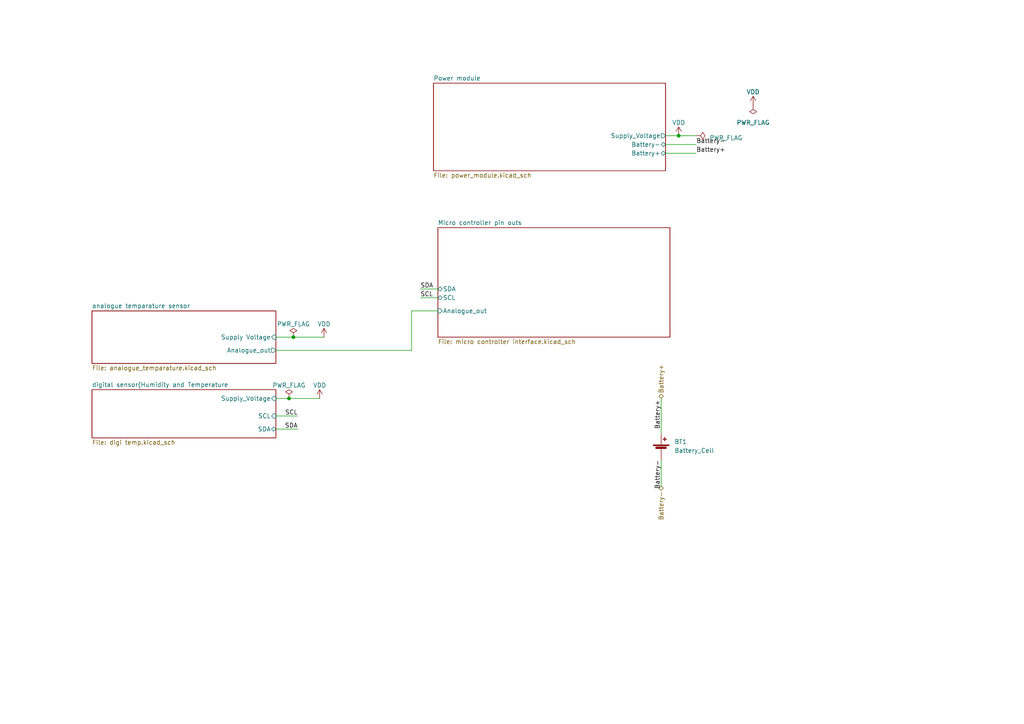
<source format=kicad_sch>
(kicad_sch (version 20230121) (generator eeschema)

  (uuid 9230863d-68c5-4e85-a5d4-0f54ecfbae5b)

  (paper "A4")

  (title_block
    (title "overall schematic")
    (date "2023-03-10")
    (rev "version1")
  )

  (lib_symbols
    (symbol "Device:Battery_Cell" (pin_numbers hide) (pin_names (offset 0) hide) (in_bom yes) (on_board yes)
      (property "Reference" "BT" (at 2.54 2.54 0)
        (effects (font (size 1.27 1.27)) (justify left))
      )
      (property "Value" "Battery_Cell" (at 2.54 0 0)
        (effects (font (size 1.27 1.27)) (justify left))
      )
      (property "Footprint" "" (at 0 1.524 90)
        (effects (font (size 1.27 1.27)) hide)
      )
      (property "Datasheet" "~" (at 0 1.524 90)
        (effects (font (size 1.27 1.27)) hide)
      )
      (property "ki_keywords" "battery cell" (at 0 0 0)
        (effects (font (size 1.27 1.27)) hide)
      )
      (property "ki_description" "Single-cell battery" (at 0 0 0)
        (effects (font (size 1.27 1.27)) hide)
      )
      (symbol "Battery_Cell_0_1"
        (rectangle (start -2.286 1.778) (end 2.286 1.524)
          (stroke (width 0) (type default))
          (fill (type outline))
        )
        (rectangle (start -1.5748 1.1938) (end 1.4732 0.6858)
          (stroke (width 0) (type default))
          (fill (type outline))
        )
        (polyline
          (pts
            (xy 0 0.762)
            (xy 0 0)
          )
          (stroke (width 0) (type default))
          (fill (type none))
        )
        (polyline
          (pts
            (xy 0 1.778)
            (xy 0 2.54)
          )
          (stroke (width 0) (type default))
          (fill (type none))
        )
        (polyline
          (pts
            (xy 0.508 3.429)
            (xy 1.524 3.429)
          )
          (stroke (width 0.254) (type default))
          (fill (type none))
        )
        (polyline
          (pts
            (xy 1.016 3.937)
            (xy 1.016 2.921)
          )
          (stroke (width 0.254) (type default))
          (fill (type none))
        )
      )
      (symbol "Battery_Cell_1_1"
        (pin passive line (at 0 5.08 270) (length 2.54)
          (name "+" (effects (font (size 1.27 1.27))))
          (number "1" (effects (font (size 1.27 1.27))))
        )
        (pin passive line (at 0 -2.54 90) (length 2.54)
          (name "-" (effects (font (size 1.27 1.27))))
          (number "2" (effects (font (size 1.27 1.27))))
        )
      )
    )
    (symbol "power:PWR_FLAG" (power) (pin_numbers hide) (pin_names (offset 0) hide) (in_bom yes) (on_board yes)
      (property "Reference" "#FLG" (at 0 1.905 0)
        (effects (font (size 1.27 1.27)) hide)
      )
      (property "Value" "PWR_FLAG" (at 0 3.81 0)
        (effects (font (size 1.27 1.27)))
      )
      (property "Footprint" "" (at 0 0 0)
        (effects (font (size 1.27 1.27)) hide)
      )
      (property "Datasheet" "~" (at 0 0 0)
        (effects (font (size 1.27 1.27)) hide)
      )
      (property "ki_keywords" "flag power" (at 0 0 0)
        (effects (font (size 1.27 1.27)) hide)
      )
      (property "ki_description" "Special symbol for telling ERC where power comes from" (at 0 0 0)
        (effects (font (size 1.27 1.27)) hide)
      )
      (symbol "PWR_FLAG_0_0"
        (pin power_out line (at 0 0 90) (length 0)
          (name "pwr" (effects (font (size 1.27 1.27))))
          (number "1" (effects (font (size 1.27 1.27))))
        )
      )
      (symbol "PWR_FLAG_0_1"
        (polyline
          (pts
            (xy 0 0)
            (xy 0 1.27)
            (xy -1.016 1.905)
            (xy 0 2.54)
            (xy 1.016 1.905)
            (xy 0 1.27)
          )
          (stroke (width 0) (type default))
          (fill (type none))
        )
      )
    )
    (symbol "power:VDD" (power) (pin_names (offset 0)) (in_bom yes) (on_board yes)
      (property "Reference" "#PWR" (at 0 -3.81 0)
        (effects (font (size 1.27 1.27)) hide)
      )
      (property "Value" "VDD" (at 0 3.81 0)
        (effects (font (size 1.27 1.27)))
      )
      (property "Footprint" "" (at 0 0 0)
        (effects (font (size 1.27 1.27)) hide)
      )
      (property "Datasheet" "" (at 0 0 0)
        (effects (font (size 1.27 1.27)) hide)
      )
      (property "ki_keywords" "global power" (at 0 0 0)
        (effects (font (size 1.27 1.27)) hide)
      )
      (property "ki_description" "Power symbol creates a global label with name \"VDD\"" (at 0 0 0)
        (effects (font (size 1.27 1.27)) hide)
      )
      (symbol "VDD_0_1"
        (polyline
          (pts
            (xy -0.762 1.27)
            (xy 0 2.54)
          )
          (stroke (width 0) (type default))
          (fill (type none))
        )
        (polyline
          (pts
            (xy 0 0)
            (xy 0 2.54)
          )
          (stroke (width 0) (type default))
          (fill (type none))
        )
        (polyline
          (pts
            (xy 0 2.54)
            (xy 0.762 1.27)
          )
          (stroke (width 0) (type default))
          (fill (type none))
        )
      )
      (symbol "VDD_1_1"
        (pin power_in line (at 0 0 90) (length 0) hide
          (name "VDD" (effects (font (size 1.27 1.27))))
          (number "1" (effects (font (size 1.27 1.27))))
        )
      )
    )
  )

  (junction (at 83.82 115.57) (diameter 0) (color 0 0 0 0)
    (uuid 12b24a68-e1f1-46ea-9304-2b3e090d5de3)
  )
  (junction (at 85.09 97.79) (diameter 0) (color 0 0 0 0)
    (uuid 278cfe5c-8077-4ebe-9b54-707252207175)
  )
  (junction (at 196.85 39.37) (diameter 0) (color 0 0 0 0)
    (uuid 34a0b7b7-1b4c-4283-ba00-13d66aa260f8)
  )

  (wire (pts (xy 191.77 115.57) (xy 191.77 125.73))
    (stroke (width 0) (type default))
    (uuid 1ce5a959-19e2-452b-a148-1d1e9438b065)
  )
  (wire (pts (xy 80.01 124.46) (xy 86.36 124.46))
    (stroke (width 0) (type default))
    (uuid 235b58e0-7dac-4555-a7c9-f4e27bad08fd)
  )
  (wire (pts (xy 193.04 39.37) (xy 196.85 39.37))
    (stroke (width 0) (type default))
    (uuid 23ea129c-aa6e-4cee-a2fb-25cc10ba9c7b)
  )
  (wire (pts (xy 80.01 97.79) (xy 85.09 97.79))
    (stroke (width 0) (type default))
    (uuid 407051e5-dda5-465d-8be5-a500e256abf7)
  )
  (wire (pts (xy 193.04 41.91) (xy 201.93 41.91))
    (stroke (width 0) (type default))
    (uuid 69105d66-3a26-4c3b-83c0-22dd171980d0)
  )
  (wire (pts (xy 119.38 90.17) (xy 127 90.17))
    (stroke (width 0) (type default))
    (uuid 712478b3-82f0-4de6-ba01-10d45dedce35)
  )
  (wire (pts (xy 80.01 115.57) (xy 83.82 115.57))
    (stroke (width 0) (type default))
    (uuid 8f1d73a0-7ad8-4623-a163-2372b1828ca2)
  )
  (wire (pts (xy 121.92 83.82) (xy 127 83.82))
    (stroke (width 0) (type default))
    (uuid 9c7678d2-db12-47d8-9a15-cbb5d732171e)
  )
  (wire (pts (xy 80.01 101.6) (xy 119.38 101.6))
    (stroke (width 0) (type default))
    (uuid a1ace4ed-d1a9-430d-b8a3-c4c69a608b7b)
  )
  (wire (pts (xy 119.38 101.6) (xy 119.38 90.17))
    (stroke (width 0) (type default))
    (uuid a40e8b63-5483-45d4-827a-6fe10c49fcab)
  )
  (wire (pts (xy 80.01 120.65) (xy 86.36 120.65))
    (stroke (width 0) (type default))
    (uuid af23f4f9-285c-4007-8a52-eb86c1ec8ba2)
  )
  (wire (pts (xy 196.85 39.37) (xy 201.93 39.37))
    (stroke (width 0) (type default))
    (uuid d21858f0-a974-4200-9f65-03ed98e14196)
  )
  (wire (pts (xy 191.77 140.97) (xy 191.77 133.35))
    (stroke (width 0) (type default))
    (uuid e519bdf5-ff86-4f50-a253-d9cf1ffb83be)
  )
  (wire (pts (xy 121.92 86.36) (xy 127 86.36))
    (stroke (width 0) (type default))
    (uuid e6e54820-a3de-4d24-9711-62188db85949)
  )
  (wire (pts (xy 83.82 115.57) (xy 92.71 115.57))
    (stroke (width 0) (type default))
    (uuid e9df108a-31a3-400e-a1fe-4696af3f05ec)
  )
  (wire (pts (xy 193.04 44.45) (xy 201.93 44.45))
    (stroke (width 0) (type default))
    (uuid ed04d55e-ecc1-4daf-91f2-03c3c1e8c5c0)
  )
  (wire (pts (xy 85.09 97.79) (xy 93.98 97.79))
    (stroke (width 0) (type default))
    (uuid f804bdfc-6afd-455b-bff8-002ee9aad405)
  )

  (label "Battery+" (at 191.77 124.46 90) (fields_autoplaced)
    (effects (font (size 1.27 1.27)) (justify left bottom))
    (uuid 2c44f7fa-cb19-4b18-847d-c8182f52333e)
  )
  (label "SDA" (at 121.92 83.82 0) (fields_autoplaced)
    (effects (font (size 1.27 1.27)) (justify left bottom))
    (uuid 3c3bd464-ca6c-4329-a027-8d551d86ee4d)
  )
  (label "Battery-" (at 191.77 133.35 270) (fields_autoplaced)
    (effects (font (size 1.27 1.27)) (justify right bottom))
    (uuid 411ac75e-ee13-4258-853e-62fe2c10ceda)
  )
  (label "SDA" (at 86.36 124.46 180) (fields_autoplaced)
    (effects (font (size 1.27 1.27)) (justify right bottom))
    (uuid 849893c1-d933-4b7e-9dc0-17a57daf2f9e)
  )
  (label "Battery-" (at 201.93 41.91 0) (fields_autoplaced)
    (effects (font (size 1.27 1.27)) (justify left bottom))
    (uuid bdb1fcb5-20eb-44b5-bfca-e9908c8f4cbe)
  )
  (label "SCL" (at 121.92 86.36 0) (fields_autoplaced)
    (effects (font (size 1.27 1.27)) (justify left bottom))
    (uuid c1f7195b-19b3-421c-9c47-9638b6080f51)
  )
  (label "Battery+" (at 201.93 44.45 0) (fields_autoplaced)
    (effects (font (size 1.27 1.27)) (justify left bottom))
    (uuid ccbe79f6-9665-47e6-9b8b-d1ef5b1f09a0)
  )
  (label "SCL" (at 86.36 120.65 180) (fields_autoplaced)
    (effects (font (size 1.27 1.27)) (justify right bottom))
    (uuid eb63c1d1-19e9-45ff-864f-eb2d04285dfc)
  )

  (hierarchical_label "Battery-" (shape bidirectional) (at 191.77 140.97 270) (fields_autoplaced)
    (effects (font (size 1.27 1.27)) (justify right))
    (uuid 5c9b3ea6-5628-4242-8667-b48d2035a506)
  )
  (hierarchical_label "Battery+" (shape bidirectional) (at 191.77 115.57 90) (fields_autoplaced)
    (effects (font (size 1.27 1.27)) (justify left))
    (uuid d69f7fc1-2bf3-410b-8ed9-34e822505e47)
  )

  (symbol (lib_id "Device:Battery_Cell") (at 191.77 130.81 0) (unit 1)
    (in_bom yes) (on_board yes) (dnp no) (fields_autoplaced)
    (uuid 177e3f71-2104-4385-afb4-8ed482d33081)
    (property "Reference" "BT1" (at 195.58 128.143 0)
      (effects (font (size 1.27 1.27)) (justify left))
    )
    (property "Value" "Battery_Cell" (at 195.58 130.683 0)
      (effects (font (size 1.27 1.27)) (justify left))
    )
    (property "Footprint" "" (at 191.77 129.286 90)
      (effects (font (size 1.27 1.27)) hide)
    )
    (property "Datasheet" "~" (at 191.77 129.286 90)
      (effects (font (size 1.27 1.27)) hide)
    )
    (pin "1" (uuid 6a83d657-8543-4ca4-aef9-5397010d4d24))
    (pin "2" (uuid 91b77308-6ad3-465f-80fa-e7dc4581af91))
    (instances
      (project "overall scematic"
        (path "/9230863d-68c5-4e85-a5d4-0f54ecfbae5b"
          (reference "BT1") (unit 1)
        )
      )
    )
  )

  (symbol (lib_id "power:PWR_FLAG") (at 201.93 39.37 270) (unit 1)
    (in_bom yes) (on_board yes) (dnp no) (fields_autoplaced)
    (uuid 30879752-7708-488c-8456-4d0a7dd51e13)
    (property "Reference" "#FLG02" (at 203.835 39.37 0)
      (effects (font (size 1.27 1.27)) hide)
    )
    (property "Value" "PWR_FLAG" (at 205.74 40.005 90)
      (effects (font (size 1.27 1.27)) (justify left))
    )
    (property "Footprint" "" (at 201.93 39.37 0)
      (effects (font (size 1.27 1.27)) hide)
    )
    (property "Datasheet" "~" (at 201.93 39.37 0)
      (effects (font (size 1.27 1.27)) hide)
    )
    (pin "1" (uuid 7869e142-30c6-44e8-b4e0-b0e0c8b3c4cb))
    (instances
      (project "overall scematic"
        (path "/9230863d-68c5-4e85-a5d4-0f54ecfbae5b"
          (reference "#FLG02") (unit 1)
        )
      )
    )
  )

  (symbol (lib_id "power:PWR_FLAG") (at 85.09 97.79 0) (unit 1)
    (in_bom yes) (on_board yes) (dnp no) (fields_autoplaced)
    (uuid 40a2df10-16e9-4e3a-aee2-48fdcafb5a4a)
    (property "Reference" "#FLG06" (at 85.09 95.885 0)
      (effects (font (size 1.27 1.27)) hide)
    )
    (property "Value" "PWR_FLAG" (at 85.09 93.98 0)
      (effects (font (size 1.27 1.27)))
    )
    (property "Footprint" "" (at 85.09 97.79 0)
      (effects (font (size 1.27 1.27)) hide)
    )
    (property "Datasheet" "~" (at 85.09 97.79 0)
      (effects (font (size 1.27 1.27)) hide)
    )
    (pin "1" (uuid 2ca79358-76f6-4baa-ab59-6106e3e3b337))
    (instances
      (project "overall scematic"
        (path "/9230863d-68c5-4e85-a5d4-0f54ecfbae5b"
          (reference "#FLG06") (unit 1)
        )
      )
    )
  )

  (symbol (lib_id "power:VDD") (at 218.44 30.48 0) (unit 1)
    (in_bom yes) (on_board yes) (dnp no) (fields_autoplaced)
    (uuid 4bc25704-e0f3-404c-8b94-7c134acbb7b8)
    (property "Reference" "#PWR011" (at 218.44 34.29 0)
      (effects (font (size 1.27 1.27)) hide)
    )
    (property "Value" "VDD" (at 218.44 26.67 0)
      (effects (font (size 1.27 1.27)))
    )
    (property "Footprint" "" (at 218.44 30.48 0)
      (effects (font (size 1.27 1.27)) hide)
    )
    (property "Datasheet" "" (at 218.44 30.48 0)
      (effects (font (size 1.27 1.27)) hide)
    )
    (pin "1" (uuid c5a50201-51c3-4e89-ab07-514d104501b9))
    (instances
      (project "overall scematic"
        (path "/9230863d-68c5-4e85-a5d4-0f54ecfbae5b"
          (reference "#PWR011") (unit 1)
        )
      )
    )
  )

  (symbol (lib_id "power:VDD") (at 93.98 97.79 0) (unit 1)
    (in_bom yes) (on_board yes) (dnp no) (fields_autoplaced)
    (uuid 5b72c4fe-c560-42b8-b9b6-74d056d2fba7)
    (property "Reference" "#PWR07" (at 93.98 101.6 0)
      (effects (font (size 1.27 1.27)) hide)
    )
    (property "Value" "VDD" (at 93.98 93.98 0)
      (effects (font (size 1.27 1.27)))
    )
    (property "Footprint" "" (at 93.98 97.79 0)
      (effects (font (size 1.27 1.27)) hide)
    )
    (property "Datasheet" "" (at 93.98 97.79 0)
      (effects (font (size 1.27 1.27)) hide)
    )
    (pin "1" (uuid 75b7c5b0-0fa2-4ce9-9452-27280cb7c171))
    (instances
      (project "overall scematic"
        (path "/9230863d-68c5-4e85-a5d4-0f54ecfbae5b"
          (reference "#PWR07") (unit 1)
        )
      )
    )
  )

  (symbol (lib_id "power:PWR_FLAG") (at 218.44 30.48 180) (unit 1)
    (in_bom yes) (on_board yes) (dnp no) (fields_autoplaced)
    (uuid 5ef3f245-13c7-4259-9a65-840dbef610b3)
    (property "Reference" "#FLG01" (at 218.44 32.385 0)
      (effects (font (size 1.27 1.27)) hide)
    )
    (property "Value" "PWR_FLAG" (at 218.44 35.56 0)
      (effects (font (size 1.27 1.27)))
    )
    (property "Footprint" "" (at 218.44 30.48 0)
      (effects (font (size 1.27 1.27)) hide)
    )
    (property "Datasheet" "~" (at 218.44 30.48 0)
      (effects (font (size 1.27 1.27)) hide)
    )
    (pin "1" (uuid 3f583ac0-6f03-4846-8ccc-2ce3d6ee6aea))
    (instances
      (project "overall scematic"
        (path "/9230863d-68c5-4e85-a5d4-0f54ecfbae5b"
          (reference "#FLG01") (unit 1)
        )
      )
    )
  )

  (symbol (lib_id "power:PWR_FLAG") (at 83.82 115.57 0) (unit 1)
    (in_bom yes) (on_board yes) (dnp no) (fields_autoplaced)
    (uuid 949151be-edcf-49ce-a61f-3200005251fe)
    (property "Reference" "#FLG07" (at 83.82 113.665 0)
      (effects (font (size 1.27 1.27)) hide)
    )
    (property "Value" "PWR_FLAG" (at 83.82 111.76 0)
      (effects (font (size 1.27 1.27)))
    )
    (property "Footprint" "" (at 83.82 115.57 0)
      (effects (font (size 1.27 1.27)) hide)
    )
    (property "Datasheet" "~" (at 83.82 115.57 0)
      (effects (font (size 1.27 1.27)) hide)
    )
    (pin "1" (uuid 4d760b1a-f8af-4659-b850-a125b77a3e6a))
    (instances
      (project "overall scematic"
        (path "/9230863d-68c5-4e85-a5d4-0f54ecfbae5b"
          (reference "#FLG07") (unit 1)
        )
      )
    )
  )

  (symbol (lib_id "power:VDD") (at 196.85 39.37 0) (unit 1)
    (in_bom yes) (on_board yes) (dnp no) (fields_autoplaced)
    (uuid 99b2dab8-3ef6-49e5-b32c-283cae0ca694)
    (property "Reference" "#PWR06" (at 196.85 43.18 0)
      (effects (font (size 1.27 1.27)) hide)
    )
    (property "Value" "VDD" (at 196.85 35.56 0)
      (effects (font (size 1.27 1.27)))
    )
    (property "Footprint" "" (at 196.85 39.37 0)
      (effects (font (size 1.27 1.27)) hide)
    )
    (property "Datasheet" "" (at 196.85 39.37 0)
      (effects (font (size 1.27 1.27)) hide)
    )
    (pin "1" (uuid 6128fd4e-407f-487c-a127-4d1851384de6))
    (instances
      (project "overall scematic"
        (path "/9230863d-68c5-4e85-a5d4-0f54ecfbae5b"
          (reference "#PWR06") (unit 1)
        )
      )
    )
  )

  (symbol (lib_id "power:VDD") (at 92.71 115.57 0) (unit 1)
    (in_bom yes) (on_board yes) (dnp no) (fields_autoplaced)
    (uuid 9ac8ae0a-2ddf-409f-a326-043d68a8ce23)
    (property "Reference" "#PWR08" (at 92.71 119.38 0)
      (effects (font (size 1.27 1.27)) hide)
    )
    (property "Value" "VDD" (at 92.71 111.76 0)
      (effects (font (size 1.27 1.27)))
    )
    (property "Footprint" "" (at 92.71 115.57 0)
      (effects (font (size 1.27 1.27)) hide)
    )
    (property "Datasheet" "" (at 92.71 115.57 0)
      (effects (font (size 1.27 1.27)) hide)
    )
    (pin "1" (uuid c50b3a5a-2a84-4b4d-bb04-83399c07ff21))
    (instances
      (project "overall scematic"
        (path "/9230863d-68c5-4e85-a5d4-0f54ecfbae5b"
          (reference "#PWR08") (unit 1)
        )
      )
    )
  )

  (sheet (at 125.73 24.13) (size 67.31 25.4) (fields_autoplaced)
    (stroke (width 0.1524) (type solid))
    (fill (color 0 0 0 0.0000))
    (uuid 816cf8a9-a5fb-405c-ad63-48cc867f8579)
    (property "Sheetname" "Power module" (at 125.73 23.4184 0)
      (effects (font (size 1.27 1.27)) (justify left bottom))
    )
    (property "Sheetfile" "power_module.kicad_sch" (at 125.73 50.1146 0)
      (effects (font (size 1.27 1.27)) (justify left top))
    )
    (pin "Battery+" bidirectional (at 193.04 44.45 0)
      (effects (font (size 1.27 1.27)) (justify right))
      (uuid 5fa8cfc1-7d88-4a1e-87f6-d77936ca6b2a)
    )
    (pin "Battery-" bidirectional (at 193.04 41.91 0)
      (effects (font (size 1.27 1.27)) (justify right))
      (uuid b3843a76-d3e2-48af-b96b-d52e497b49b4)
    )
    (pin "Supply_Voltage" output (at 193.04 39.37 0)
      (effects (font (size 1.27 1.27)) (justify right))
      (uuid 874a155d-c182-48f2-89b2-ab36178b22ac)
    )
    (instances
      (project "overall scematic"
        (path "/9230863d-68c5-4e85-a5d4-0f54ecfbae5b" (page "6"))
      )
    )
  )

  (sheet (at 26.67 113.03) (size 53.34 13.97) (fields_autoplaced)
    (stroke (width 0.1524) (type solid))
    (fill (color 0 0 0 0.0000))
    (uuid 8c854172-02c8-417f-bf92-0562f4d1bdee)
    (property "Sheetname" "digital sensor(Humidity and Temperature" (at 26.67 112.3184 0)
      (effects (font (size 1.27 1.27)) (justify left bottom))
    )
    (property "Sheetfile" "digi temp.kicad_sch" (at 26.67 127.5846 0)
      (effects (font (size 1.27 1.27)) (justify left top))
    )
    (pin "SCL" input (at 80.01 120.65 0)
      (effects (font (size 1.27 1.27)) (justify right))
      (uuid e73bd035-3eb9-46b1-ab6b-f37747325529)
    )
    (pin "Supply_Voltage" input (at 80.01 115.57 0)
      (effects (font (size 1.27 1.27)) (justify right))
      (uuid 1726015a-6b44-4640-b155-0f1d34f0e5bf)
    )
    (pin "SDA" bidirectional (at 80.01 124.46 0)
      (effects (font (size 1.27 1.27)) (justify right))
      (uuid 0719d03b-9878-4fe0-8444-cc47cd48908e)
    )
    (instances
      (project "overall scematic"
        (path "/9230863d-68c5-4e85-a5d4-0f54ecfbae5b" (page "5"))
      )
    )
  )

  (sheet (at 127 66.04) (size 67.31 31.75) (fields_autoplaced)
    (stroke (width 0.1524) (type solid))
    (fill (color 0 0 0 0.0000))
    (uuid 8d35112e-3dcb-4f8a-ab75-188a6b3d82be)
    (property "Sheetname" "Micro controller pin outs" (at 127 65.3284 0)
      (effects (font (size 1.27 1.27)) (justify left bottom))
    )
    (property "Sheetfile" "micro controlter interface.kicad_sch" (at 127 98.3746 0)
      (effects (font (size 1.27 1.27)) (justify left top))
    )
    (pin "Analogue_out" input (at 127 90.17 180)
      (effects (font (size 1.27 1.27)) (justify left))
      (uuid b9e6dc07-ea2c-4670-80f6-bf4d79ccc07b)
    )
    (pin "SCL" bidirectional (at 127 86.36 180)
      (effects (font (size 1.27 1.27)) (justify left))
      (uuid 30bf502a-3653-490f-a723-71da42c99424)
    )
    (pin "SDA" bidirectional (at 127 83.82 180)
      (effects (font (size 1.27 1.27)) (justify left))
      (uuid f8c4f737-703b-4d3a-b3e5-77b1a24416ff)
    )
    (instances
      (project "overall scematic"
        (path "/9230863d-68c5-4e85-a5d4-0f54ecfbae5b" (page "7"))
      )
    )
  )

  (sheet (at 26.67 90.17) (size 53.34 15.24) (fields_autoplaced)
    (stroke (width 0.1524) (type solid))
    (fill (color 0 0 0 0.0000))
    (uuid c494e013-0c38-49c8-84da-4f33138ae19d)
    (property "Sheetname" "analogue temparature sensor" (at 26.67 89.4584 0)
      (effects (font (size 1.27 1.27)) (justify left bottom))
    )
    (property "Sheetfile" "analogue_temparature.kicad_sch" (at 26.67 105.9946 0)
      (effects (font (size 1.27 1.27)) (justify left top))
    )
    (pin "Analogue_out" output (at 80.01 101.6 0)
      (effects (font (size 1.27 1.27)) (justify right))
      (uuid 2d4501ed-d3d1-43a9-8620-7115ebe95013)
    )
    (pin "Supply Voltage" input (at 80.01 97.79 0)
      (effects (font (size 1.27 1.27)) (justify right))
      (uuid e9d3be87-0c9a-4491-af18-136f82dff3a6)
    )
    (instances
      (project "overall scematic"
        (path "/9230863d-68c5-4e85-a5d4-0f54ecfbae5b" (page "4"))
      )
    )
  )

  (sheet_instances
    (path "/" (page "1"))
  )
)

</source>
